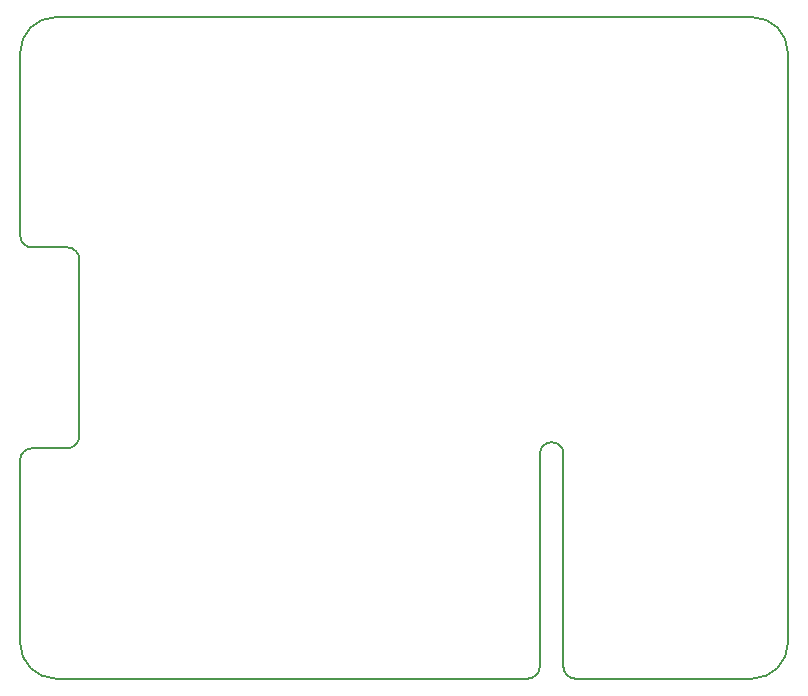
<source format=gbr>
G04 #@! TF.FileFunction,Profile,NP*
%FSLAX46Y46*%
G04 Gerber Fmt 4.6, Leading zero omitted, Abs format (unit mm)*
G04 Created by KiCad (PCBNEW 0.201506030104+5696~23~ubuntu14.04.1-product) date Fri 05 Jun 2015 04:35:16 PM AEST*
%MOMM*%
G01*
G04 APERTURE LIST*
%ADD10C,0.100000*%
%ADD11C,0.150000*%
G04 APERTURE END LIST*
D10*
D11*
X21945600Y-37846000D02*
G75*
G03X20955000Y-36804600I-1016000J25400D01*
G01*
X60940000Y-72310000D02*
G75*
G02X59940000Y-73310000I-1000000J0D01*
G01*
X62940000Y-72310000D02*
G75*
G03X63940000Y-73310000I1000000J0D01*
G01*
X63940000Y-73310000D02*
X78940000Y-73310000D01*
X62940000Y-54310000D02*
G75*
G03X60940000Y-54310000I-1000000J0D01*
G01*
X16940000Y-54810000D02*
G75*
G02X17940000Y-53810000I1000000J0D01*
G01*
X21940000Y-52810000D02*
G75*
G02X20940000Y-53810000I-1000000J0D01*
G01*
X17940000Y-36810000D02*
G75*
G02X16940000Y-35810000I0J1000000D01*
G01*
X78940000Y-17310000D02*
G75*
G02X81940000Y-20310000I0J-3000000D01*
G01*
X81940000Y-70310000D02*
G75*
G02X78940000Y-73310000I-3000000J0D01*
G01*
X19940000Y-73310000D02*
G75*
G02X16940000Y-70310000I0J3000000D01*
G01*
X16940000Y-20310000D02*
G75*
G02X19940000Y-17310000I3000000J0D01*
G01*
X19940000Y-73310000D02*
X59940000Y-73310000D01*
X81940000Y-70310000D02*
X81940000Y-20310000D01*
X78940000Y-17310000D02*
X19940000Y-17310000D01*
X16940000Y-20310000D02*
X16940000Y-35810000D01*
X17940000Y-36810000D02*
X20940000Y-36810000D01*
X21940000Y-37810000D02*
X21940000Y-52810000D01*
X20940000Y-53810000D02*
X17940000Y-53810000D01*
X16940000Y-54810000D02*
X16940000Y-70310000D01*
X60940000Y-54310000D02*
X60940000Y-72310000D01*
X62940000Y-54310000D02*
X62940000Y-72310000D01*
M02*

</source>
